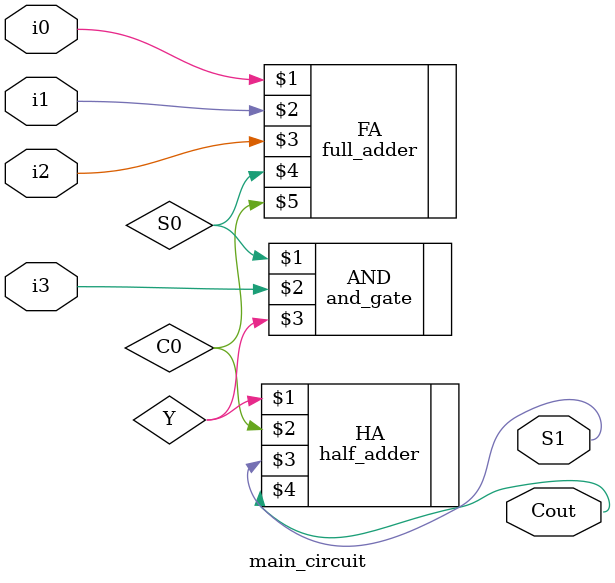
<source format=v>
module main_circuit (
    input i0, i1, i2, i3,
    output S1, Cout
);

    wire S0, C0, Y;

    full_adder FA (
        i0,i1,i2,S0,C0
    );

    and_gate AND (
        S0,i3,Y
    );

    half_adder HA (
        Y,C0,S1,Cout
    );

endmodule
</source>
